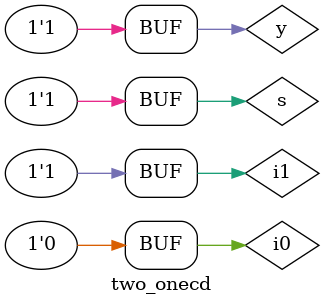
<source format=v>
`timescale 1ns / 1ps


module two_onecd();
reg i0,i1,s;
wire y;
assign y=~s?i0:s?i1:0;
initial begin
i0=1;i1=0;s=0;#10;
i0=1;i1=0;s=1;#10;
i0=0;i1=1;s=0;#10;
i0=0;i1=1;s=1;#10;
end
endmodule

</source>
